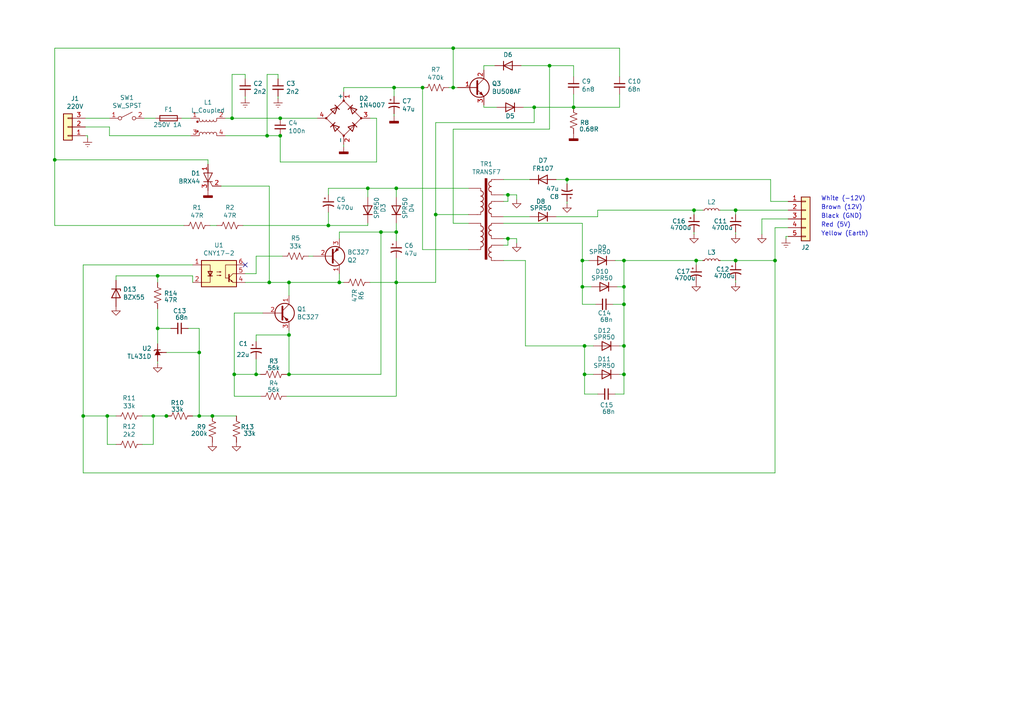
<source format=kicad_sch>
(kicad_sch (version 20230121) (generator eeschema)
  (paper "A4")
  (title_block (title "Commodore A500 Power Supply  312503-03"))
  (lib_symbols
    (symbol "Amiga A500 Power Supply-rescue:CP1_Small-Device" (pin_numbers hide) (pin_names (offset 0.254) hide)
      (property "Reference" "C" (at 0.254 1.778 0))
      (property "Value" "Device_CP1_Small" (at 0.254 -2.032 0))
      (symbol "CP1_Small-Device_0_1"
        (polyline (pts (xy -1.524 0.508) (xy 1.524 0.508)) (stroke (width 0.3048)))
        (polyline (pts (xy -1.27 1.524) (xy -0.762 1.524)))
        (polyline (pts (xy -1.016 1.27) (xy -1.016 1.778)))
        (arc (start 1.524 -0.762) (mid 0 -0.3734) (end -1.524 -0.762) (stroke (width 0.3048)))
      )
      (symbol "CP1_Small-Device_1_1"
        (pin passive line (at 0 2.54 270) (length 2.032) (name "~") (number "1"))
        (pin passive line (at 0 -2.54 90) (length 2.032) (name "~") (number "2"))
      )
    )
    (symbol "Connector_Generic:Conn_01x03" (pin_names (offset 1.016) hide)
      (property "Reference" "J" (at 0 5.08 0))
      (property "Value" "Conn_01x03" (at 0 -5.08 0))
      (symbol "Conn_01x03_1_1"
        (rectangle (start -1.27 -2.413) (end 0 -2.667) (stroke (width 0.1524)))
        (rectangle (start -1.27 0.127) (end 0 -0.127) (stroke (width 0.1524)))
        (rectangle (start -1.27 2.667) (end 0 2.413) (stroke (width 0.1524)))
        (rectangle (start -1.27 3.81) (end 1.27 -3.81) (stroke (width 0.254)) (fill (type background)))
        (pin passive line (at -5.08 2.54 0) (length 3.81) (name "Pin_1") (number "1"))
        (pin passive line (at -5.08 0 0) (length 3.81) (name "Pin_2") (number "2"))
        (pin passive line (at -5.08 -2.54 0) (length 3.81) (name "Pin_3") (number "3"))
      )
    )
    (symbol "Connector_Generic:Conn_01x05" (pin_names (offset 1.016) hide)
      (property "Reference" "J" (at 0 7.62 0))
      (property "Value" "Conn_01x05" (at 0 -7.62 0))
      (symbol "Conn_01x05_1_1"
        (rectangle (start -1.27 -4.953) (end 0 -5.207) (stroke (width 0.1524)))
        (rectangle (start -1.27 -2.413) (end 0 -2.667) (stroke (width 0.1524)))
        (rectangle (start -1.27 0.127) (end 0 -0.127) (stroke (width 0.1524)))
        (rectangle (start -1.27 2.667) (end 0 2.413) (stroke (width 0.1524)))
        (rectangle (start -1.27 5.207) (end 0 4.953) (stroke (width 0.1524)))
        (rectangle (start -1.27 6.35) (end 1.27 -6.35) (stroke (width 0.254)) (fill (type background)))
        (pin passive line (at -5.08 5.08 0) (length 3.81) (name "Pin_1") (number "1"))
        (pin passive line (at -5.08 2.54 0) (length 3.81) (name "Pin_2") (number "2"))
        (pin passive line (at -5.08 0 0) (length 3.81) (name "Pin_3") (number "3"))
        (pin passive line (at -5.08 -2.54 0) (length 3.81) (name "Pin_4") (number "4"))
        (pin passive line (at -5.08 -5.08 0) (length 3.81) (name "Pin_5") (number "5"))
      )
    )
    (symbol "Device:C_Small" (pin_numbers hide) (pin_names (offset 0.254) hide)
      (property "Reference" "C" (at 0.254 1.778 0))
      (property "Value" "C_Small" (at 0.254 -2.032 0))
      (symbol "C_Small_0_1"
        (polyline (pts (xy -1.524 -0.508) (xy 1.524 -0.508)) (stroke (width 0.3302)))
        (polyline (pts (xy -1.524 0.508) (xy 1.524 0.508)) (stroke (width 0.3048)))
      )
      (symbol "C_Small_1_1"
        (pin passive line (at 0 2.54 270) (length 2.032) (name "~") (number "1"))
        (pin passive line (at 0 -2.54 90) (length 2.032) (name "~") (number "2"))
      )
    )
    (symbol "Device:D" (pin_numbers hide) (pin_names (offset 1.016) hide)
      (property "Reference" "D" (at 0 2.54 0))
      (property "Value" "D" (at 0 -2.54 0))
      (symbol "D_0_1"
        (polyline (pts (xy -1.27 1.27) (xy -1.27 -1.27)) (stroke (width 0.254)))
        (polyline (pts (xy 1.27 0) (xy -1.27 0)))
        (polyline (pts (xy 1.27 1.27) (xy 1.27 -1.27) (xy -1.27 0) (xy 1.27 1.27)) (stroke (width 0.254)))
      )
      (symbol "D_1_1"
        (pin passive line (at -3.81 0 0) (length 2.54) (name "K") (number "1"))
        (pin passive line (at 3.81 0 180) (length 2.54) (name "A") (number "2"))
      )
    )
    (symbol "Device:D_Bridge_+-AA" (pin_names (offset 0))
      (property "Reference" "D" (at 2.54 6.985 0))
      (property "Value" "D_Bridge_+-AA" (at 2.54 5.08 0))
      (symbol "D_Bridge_+-AA_0_1"
        (circle (center -5.08 0) (radius 0.254) (fill (type outline)))
        (circle (center 0 -5.08) (radius 0.254) (fill (type outline)))
        (polyline (pts (xy -2.54 3.81) (xy -1.27 2.54)) (stroke (width 0.254)))
        (polyline (pts (xy -1.27 -2.54) (xy -2.54 -3.81)) (stroke (width 0.254)))
        (polyline (pts (xy 2.54 -1.27) (xy 3.81 -2.54)) (stroke (width 0.254)))
        (polyline (pts (xy 2.54 1.27) (xy 3.81 2.54)) (stroke (width 0.254)))
        (polyline (pts (xy -3.81 2.54) (xy -2.54 1.27) (xy -1.905 3.175) (xy -3.81 2.54)) (stroke (width 0.254)))
        (polyline (pts (xy -2.54 -1.27) (xy -3.81 -2.54) (xy -1.905 -3.175) (xy -2.54 -1.27)) (stroke (width 0.254)))
        (polyline (pts (xy 1.27 2.54) (xy 2.54 3.81) (xy 3.175 1.905) (xy 1.27 2.54)) (stroke (width 0.254)))
        (polyline (pts (xy 3.175 -1.905) (xy 1.27 -2.54) (xy 2.54 -3.81) (xy 3.175 -1.905)) (stroke (width 0.254)))
        (polyline (pts (xy -5.08 0) (xy 0 -5.08) (xy 5.08 0) (xy 0 5.08) (xy -5.08 0)))
        (circle (center 0 5.08) (radius 0.254) (fill (type outline)))
        (circle (center 5.08 0) (radius 0.254) (fill (type outline)))
      )
      (symbol "D_Bridge_+-AA_1_1"
        (pin passive line (at 7.62 0 180) (length 2.54) (name "+") (number "1"))
        (pin passive line (at -7.62 0 0) (length 2.54) (name "-") (number "2"))
        (pin passive line (at 0 7.62 270) (length 2.54) (name "~") (number "3"))
        (pin passive line (at 0 -7.62 90) (length 2.54) (name "~") (number "4"))
      )
    )
    (symbol "Device:D_Zener" (pin_numbers hide) (pin_names (offset 1.016) hide)
      (property "Reference" "D" (at 0 2.54 0))
      (property "Value" "D_Zener" (at 0 -2.54 0))
      (symbol "D_Zener_0_1"
        (polyline (pts (xy 1.27 0) (xy -1.27 0)))
        (polyline (pts (xy -1.27 -1.27) (xy -1.27 1.27) (xy -0.762 1.27)) (stroke (width 0.254)))
        (polyline (pts (xy 1.27 -1.27) (xy 1.27 1.27) (xy -1.27 0) (xy 1.27 -1.27)) (stroke (width 0.254)))
      )
      (symbol "D_Zener_1_1"
        (pin passive line (at -3.81 0 0) (length 2.54) (name "K") (number "1"))
        (pin passive line (at 3.81 0 180) (length 2.54) (name "A") (number "2"))
      )
    )
    (symbol "Device:Fuse" (pin_numbers hide) (pin_names (offset 0))
      (property "Reference" "F" (at 2.032 0 90))
      (property "Value" "Fuse" (at -1.905 0 90))
      (symbol "Fuse_0_1"
        (rectangle (start -0.762 -2.54) (end 0.762 2.54) (stroke (width 0.254)))
        (polyline (pts (xy 0 2.54) (xy 0 -2.54)))
      )
      (symbol "Fuse_1_1"
        (pin passive line (at 0 3.81 270) (length 1.27) (name "~") (number "1"))
        (pin passive line (at 0 -3.81 90) (length 1.27) (name "~") (number "2"))
      )
    )
    (symbol "Device:L_Coupled" (pin_names (offset 0.254) hide)
      (property "Reference" "L" (at 0 4.445 0))
      (property "Value" "L_Coupled" (at 0 -4.445 0))
      (symbol "L_Coupled_0_1"
        (circle (center -3.048 -1.27) (radius 0.254) (fill (type outline)))
        (circle (center -3.048 1.524) (radius 0.254) (fill (type outline)))
        (arc (start -2.54 2.032) (mid -2.032 1.5262) (end -1.524 2.032))
        (arc (start -1.524 -2.032) (mid -2.032 -1.5262) (end -2.54 -2.032))
        (arc (start -1.524 2.032) (mid -1.016 1.5262) (end -0.508 2.032))
        (arc (start -0.508 -2.032) (mid -1.016 -1.5262) (end -1.524 -2.032))
        (arc (start -0.508 2.032) (mid 0 1.5262) (end 0.508 2.032))
        (polyline (pts (xy -2.54 -2.032) (xy -2.54 -2.54)))
        (polyline (pts (xy -2.54 2.032) (xy -2.54 2.54)))
        (polyline (pts (xy 2.54 -2.032) (xy 2.54 -2.54)))
        (polyline (pts (xy 2.54 2.54) (xy 2.54 2.032)))
        (arc (start 0.508 -2.032) (mid 0 -1.5262) (end -0.508 -2.032))
        (arc (start 0.508 2.032) (mid 1.016 1.5262) (end 1.524 2.032))
        (arc (start 1.524 -2.032) (mid 1.016 -1.5262) (end 0.508 -2.032))
        (arc (start 1.524 2.032) (mid 2.032 1.5262) (end 2.54 2.032))
        (arc (start 2.54 -2.032) (mid 2.032 -1.5262) (end 1.524 -2.032))
      )
      (symbol "L_Coupled_1_1"
        (pin passive line (at -5.08 2.54 0) (length 2.54) (name "1") (number "1"))
        (pin passive line (at 5.08 2.54 180) (length 2.54) (name "2") (number "2"))
        (pin passive line (at -5.08 -2.54 0) (length 2.54) (name "3") (number "3"))
        (pin passive line (at 5.08 -2.54 180) (length 2.54) (name "4") (number "4"))
      )
    )
    (symbol "Device:L_Small" (pin_numbers hide) (pin_names (offset 0.254) hide)
      (property "Reference" "L" (at 0.762 1.016 0))
      (property "Value" "L_Small" (at 0.762 -1.016 0))
      (symbol "L_Small_0_1"
        (arc (start 0 -2.032) (mid 0.5058 -1.524) (end 0 -1.016))
        (arc (start 0 -1.016) (mid 0.5058 -0.508) (end 0 0))
        (arc (start 0 0) (mid 0.5058 0.508) (end 0 1.016))
        (arc (start 0 1.016) (mid 0.5058 1.524) (end 0 2.032))
      )
      (symbol "L_Small_1_1"
        (pin passive line (at 0 2.54 270) (length 0.508) (name "~") (number "1"))
        (pin passive line (at 0 -2.54 90) (length 0.508) (name "~") (number "2"))
      )
    )
    (symbol "Device:Q_NPN_BCE" (pin_names (offset 0) hide)
      (property "Reference" "Q" (at 5.08 1.27 0))
      (property "Value" "Q_NPN_BCE" (at 5.08 -1.27 0))
      (symbol "Q_NPN_BCE_0_1"
        (polyline (pts (xy 0.635 0.635) (xy 2.54 2.54)))
        (polyline (pts (xy 0.635 -0.635) (xy 2.54 -2.54) (xy 2.54 -2.54)))
        (polyline (pts (xy 0.635 1.905) (xy 0.635 -1.905) (xy 0.635 -1.905)) (stroke (width 0.508)))
        (polyline (pts (xy 1.27 -1.778) (xy 1.778 -1.27) (xy 2.286 -2.286) (xy 1.27 -1.778) (xy 1.27 -1.778)) (fill (type outline)))
        (circle (center 1.27 0) (radius 2.8194) (stroke (width 0.254)))
      )
      (symbol "Q_NPN_BCE_1_1"
        (pin input line (at -5.08 0 0) (length 5.715) (name "B") (number "1"))
        (pin passive line (at 2.54 5.08 270) (length 2.54) (name "C") (number "2"))
        (pin passive line (at 2.54 -5.08 90) (length 2.54) (name "E") (number "3"))
      )
    )
    (symbol "Device:Q_SCR_AGK" (pin_names (offset 0) hide)
      (property "Reference" "D" (at 1.905 0.635 0))
      (property "Value" "Q_SCR_AGK" (at 1.905 -1.27 0))
      (symbol "Q_SCR_AGK_0_1"
        (polyline (pts (xy -1.27 -2.54) (xy -0.635 -1.27)))
        (polyline (pts (xy -1.27 -1.27) (xy 1.27 -1.27)) (stroke (width 0.2032)))
        (polyline (pts (xy 0 -2.54) (xy 0 2.54)))
        (polyline (pts (xy -1.27 1.27) (xy 1.27 1.27) (xy 0 -1.27) (xy -1.27 1.27)) (stroke (width 0.2032)))
      )
      (symbol "Q_SCR_AGK_1_1"
        (pin passive line (at 0 3.81 270) (length 2.54) (name "A") (number "1"))
        (pin input line (at -3.81 -2.54 0) (length 2.54) (name "G") (number "2"))
        (pin passive line (at 0 -3.81 90) (length 2.54) (name "K") (number "3"))
      )
    )
    (symbol "Device:R_US" (pin_numbers hide) (pin_names (offset 0))
      (property "Reference" "R" (at 2.54 0 90))
      (property "Value" "R_US" (at -2.54 0 90))
      (symbol "R_US_0_1"
        (polyline (pts (xy 0 -2.286) (xy 0 -2.54)))
        (polyline (pts (xy 0 2.286) (xy 0 2.54)))
        (polyline (pts (xy 0 -0.762) (xy 1.016 -1.143) (xy 0 -1.524) (xy -1.016 -1.905) (xy 0 -2.286)))
        (polyline (pts (xy 0 0.762) (xy 1.016 0.381) (xy 0 0) (xy -1.016 -0.381) (xy 0 -0.762)))
        (polyline (pts (xy 0 2.286) (xy 1.016 1.905) (xy 0 1.524) (xy -1.016 1.143) (xy 0 0.762)))
      )
      (symbol "R_US_1_1"
        (pin passive line (at 0 3.81 270) (length 1.27) (name "~") (number "1"))
        (pin passive line (at 0 -3.81 90) (length 1.27) (name "~") (number "2"))
      )
    )
    (symbol "Isolator:CNY17-2" (pin_names (offset 1.016))
      (property "Reference" "U" (at -5.08 5.08 0))
      (property "Value" "CNY17-2" (at 0 5.08 0))
      (symbol "CNY17-2_0_1"
        (rectangle (start -5.08 3.81) (end 5.08 -3.81) (stroke (width 0.254)) (fill (type background)))
        (polyline (pts (xy -3.175 -0.635) (xy -1.905 -0.635)) (stroke (width 0.254)))
        (polyline (pts (xy 2.921 -1.397) (xy 4.064 -2.54)))
        (polyline (pts (xy 2.921 -1.27) (xy 1.905 -1.27)))
        (polyline (pts (xy 2.921 -1.143) (xy 4.064 0)))
        (polyline (pts (xy 4.064 -2.54) (xy 5.08 -2.54)))
        (polyline (pts (xy 5.08 0) (xy 4.064 0)))
        (polyline (pts (xy -5.08 2.54) (xy -2.54 2.54) (xy -2.54 -0.762)))
        (polyline (pts (xy -2.54 -0.635) (xy -2.54 -2.54) (xy -5.08 -2.54)))
        (polyline (pts (xy 1.905 -1.27) (xy 1.905 2.54) (xy 5.08 2.54)))
        (polyline (pts (xy 2.921 -0.254) (xy 2.921 -2.286) (xy 2.921 -2.286)) (stroke (width 0.3556)))
        (polyline (pts (xy -2.54 -0.635) (xy -3.175 0.635) (xy -1.905 0.635) (xy -2.54 -0.635)) (stroke (width 0.254)))
        (polyline (pts (xy 3.937 -2.413) (xy 3.683 -1.905) (xy 3.429 -2.159) (xy 3.937 -2.413)))
        (polyline (pts (xy -0.635 -0.508) (xy 0.635 -0.508) (xy 0.254 -0.635) (xy 0.254 -0.381) (xy 0.635 -0.508)))
        (polyline (pts (xy -0.635 0.508) (xy 0.635 0.508) (xy 0.254 0.381) (xy 0.254 0.635) (xy 0.635 0.508)))
      )
      (symbol "CNY17-2_1_1"
        (pin passive line (at -7.62 2.54 0) (length 2.54) (name "~") (number "1"))
        (pin passive line (at -7.62 -2.54 0) (length 2.54) (name "~") (number "2"))
        (pin no_connect line (at -5.08 0 0) (length 2.54) hide (name "NC") (number "3"))
        (pin passive line (at 7.62 -2.54 180) (length 2.54) (name "~") (number "4"))
        (pin passive line (at 7.62 0 180) (length 2.54) (name "~") (number "5"))
        (pin passive line (at 7.62 2.54 180) (length 2.54) (name "~") (number "6"))
      )
    )
    (symbol "Reference_Voltage:TL431D" (pin_numbers hide) (pin_names hide)
      (property "Reference" "U" (at 0 -2.54 0))
      (property "Value" "TL431D" (at 0 -4.445 0))
      (symbol "TL431D_0_1"
        (polyline (pts (xy -1.27 0) (xy 0 0) (xy 1.27 0)))
        (polyline (pts (xy -0.762 0.762) (xy 0.762 0) (xy -0.762 -0.762)) (fill (type outline)))
        (polyline (pts (xy 0.508 -1.016) (xy 0.762 -0.762) (xy 0.762 0.762) (xy 0.762 0.762)) (stroke (width 0.254)))
      )
      (symbol "TL431D_1_1"
        (polyline (pts (xy 0 1.27) (xy 0 0)))
        (pin passive line (at 2.54 0 180) (length 2.54) (name "K") (number "1"))
        (pin passive line (at -2.54 0 0) (length 2.54) (name "A") (number "2"))
        (pin passive line (at -2.54 0 0) (length 2.54) hide (name "A") (number "3"))
        (pin passive line (at -2.54 0 0) (length 2.54) hide (name "A") (number "6"))
        (pin passive line (at -2.54 0 0) (length 2.54) hide (name "A") (number "7"))
        (pin passive line (at 0 2.54 270) (length 2.54) (name "REF") (number "8"))
      )
    )
    (symbol "Switch:SW_SPST" (pin_names (offset 0) hide)
      (property "Reference" "SW" (at 0 3.175 0))
      (property "Value" "SW_SPST" (at 0 -2.54 0))
      (symbol "SW_SPST_0_0"
        (circle (center -2.032 0) (radius 0.508))
        (polyline (pts (xy -1.524 0.254) (xy 1.524 1.778)))
        (circle (center 2.032 0) (radius 0.508))
      )
      (symbol "SW_SPST_1_1"
        (pin passive line (at -5.08 0 0) (length 2.54) (name "A") (number "1"))
        (pin passive line (at 5.08 0 180) (length 2.54) (name "B") (number "2"))
      )
    )
    (symbol "Transistor_BJT:BC327" (pin_names (offset 0) hide)
      (property "Reference" "Q" (at 5.08 1.905 0))
      (property "Value" "BC327" (at 5.08 0 0))
      (symbol "BC327_0_1"
        (polyline (pts (xy 0.635 0.635) (xy 2.54 2.54)))
        (polyline (pts (xy 0.635 -0.635) (xy 2.54 -2.54) (xy 2.54 -2.54)))
        (polyline (pts (xy 0.635 1.905) (xy 0.635 -1.905) (xy 0.635 -1.905)) (stroke (width 0.508)))
        (polyline (pts (xy 2.286 -1.778) (xy 1.778 -2.286) (xy 1.27 -1.27) (xy 2.286 -1.778) (xy 2.286 -1.778)) (fill (type outline)))
        (circle (center 1.27 0) (radius 2.8194) (stroke (width 0.254)))
      )
      (symbol "BC327_1_1"
        (pin passive line (at 2.54 5.08 270) (length 2.54) (name "C") (number "1"))
        (pin input line (at -5.08 0 0) (length 5.715) (name "B") (number "2"))
        (pin passive line (at 2.54 -5.08 90) (length 2.54) (name "E") (number "3"))
      )
    )
    (symbol "power:Earth" (power) (pin_names (offset 0))
      (symbol "Earth_0_1"
        (polyline (pts (xy -0.635 -1.905) (xy 0.635 -1.905)))
        (polyline (pts (xy -0.127 -2.54) (xy 0.127 -2.54)))
        (polyline (pts (xy 0 -1.27) (xy 0 0)))
        (polyline (pts (xy 1.27 -1.27) (xy -1.27 -1.27)))
      )
      (symbol "Earth_1_1"
        (pin power_in line (at 0 0 270) (length 0) hide (name "Earth") (number "1"))
      )
    )
    (symbol "power:GND" (power) (pin_names (offset 0))
      (property "Value" "GND" (at 0 -3.81 0))
      (symbol "GND_0_1"
        (polyline (pts (xy 0 0) (xy 0 -1.27) (xy 1.27 -1.27) (xy 0 -2.54) (xy -1.27 -1.27) (xy 0 -1.27)))
      )
      (symbol "GND_1_1"
        (pin power_in line (at 0 0 270) (length 0) hide (name "GND") (number "1"))
      )
    )
    (symbol "power:GNDD" (power) (pin_names (offset 0))
      (property "Value" "GNDD" (at 0 -3.175 0))
      (symbol "GNDD_0_1"
        (rectangle (start -1.27 -1.524) (end 1.27 -2.032) (stroke (width 0.254)) (fill (type outline)))
        (polyline (pts (xy 0 0) (xy 0 -1.524)))
      )
      (symbol "GNDD_1_1"
        (pin power_in line (at 0 0 270) (length 0) hide (name "GNDD") (number "1"))
      )
    )
    (symbol "transformer:TRANSF7" (pin_numbers hide) (pin_names (offset 0))
      (property "Reference" "TR" (at -1.524 -11.176 0))
      (property "Value" "TRANSF7" (at -1.27 13.97 0))
      (symbol "TRANSF7_0_1"
        (arc (start -2.794 -6.858) (mid -2.0353 -6.096) (end -2.794 -5.334) (stroke (width 0.2032)))
        (arc (start -2.794 -5.334) (mid -2.0353 -4.572) (end -2.794 -3.81) (stroke (width 0.2032)))
        (arc (start -2.794 -3.81) (mid -2.0353 -3.048) (end -2.794 -2.286) (stroke (width 0.2032)))
        (arc (start -2.794 -2.286) (mid -2.0353 -1.524) (end -2.794 -0.762) (stroke (width 0.2032)))
        (arc (start -2.794 3.302) (mid -2.0353 4.064) (end -2.794 4.826) (stroke (width 0.2032)))
        (arc (start -2.794 4.826) (mid -2.0353 5.588) (end -2.794 6.35) (stroke (width 0.2032)))
        (arc (start -2.794 6.35) (mid -2.0353 7.112) (end -2.794 7.874) (stroke (width 0.2032)))
        (arc (start -2.794 7.874) (mid -2.0353 8.636) (end -2.794 9.398) (stroke (width 0.2032)))
        (rectangle (start -1.016 -10.414) (end -1.524 12.954) (stroke (width 0.254)) (fill (type outline)))
        (polyline (pts (xy 0.254 8.89) (xy 0.254 8.763)))
        (polyline (pts (xy 0.254 8.763) (xy 0.254 8.255) (xy 1.27 8.255)))
        (polyline (pts (xy 0.254 9.144) (xy 0.254 8.89) (xy 0.254 9.144)))
        (polyline (pts (xy -2.794 -6.858) (xy -2.794 -7.62) (xy -3.81 -7.62) (xy -3.81 -7.62)))
        (polyline (pts (xy -2.794 3.302) (xy -2.794 2.54) (xy -3.81 2.54) (xy -3.81 2.54)))
        (polyline (pts (xy 0.254 12.192) (xy 0.254 12.7) (xy 1.27 12.7) (xy 1.27 12.7)))
        (polyline (pts (xy -2.794 -0.762) (xy -2.794 0) (xy -3.81 0) (xy -3.81 0) (xy -3.81 0) (xy -3.81 0)))
        (polyline (pts (xy -2.794 9.398) (xy -2.794 10.16) (xy -3.81 10.16) (xy -3.81 10.16) (xy -3.81 10.16) (xy -3.81 10.16)))
        (arc (start 0.254 10.668) (mid -0.5047 9.906) (end 0.254 9.144) (stroke (width 0.2032)))
        (arc (start 0.254 12.192) (mid -0.5047 11.43) (end 0.254 10.668) (stroke (width 0.2032)))
      )
      (symbol "TRANSF7_1_1"
        (polyline (pts (xy 0.254 -10.16) (xy 0.254 -10.287)))
        (polyline (pts (xy 0.254 -3.81) (xy 0.254 -3.937)))
        (polyline (pts (xy 0.254 2.54) (xy 0.254 2.413)))
        (polyline (pts (xy 0.254 -10.287) (xy 0.254 -10.795) (xy 1.27 -10.795)))
        (polyline (pts (xy 0.254 -9.906) (xy 0.254 -10.16) (xy 0.254 -9.906)))
        (polyline (pts (xy 0.254 -3.937) (xy 0.254 -4.445) (xy 1.27 -4.445)))
        (polyline (pts (xy 0.254 -3.556) (xy 0.254 -3.81) (xy 0.254 -3.556)))
        (polyline (pts (xy 0.254 2.413) (xy 0.254 1.905) (xy 1.27 1.905)))
        (polyline (pts (xy 0.254 2.794) (xy 0.254 2.54) (xy 0.254 2.794)))
        (polyline (pts (xy 0.254 -6.858) (xy 0.254 -6.35) (xy 1.27 -6.35) (xy 1.27 -6.35)))
        (polyline (pts (xy 0.254 -0.508) (xy 0.254 0) (xy 1.27 0) (xy 1.27 0)))
        (polyline (pts (xy 0.254 5.842) (xy 0.254 6.35) (xy 1.27 6.35) (xy 1.27 6.35)))
        (arc (start 0.254 -8.382) (mid -0.5047 -9.144) (end 0.254 -9.906) (stroke (width 0.2032)))
        (arc (start 0.254 -6.858) (mid -0.5047 -7.62) (end 0.254 -8.382) (stroke (width 0.2032)))
        (arc (start 0.254 -2.032) (mid -0.5047 -2.794) (end 0.254 -3.556) (stroke (width 0.2032)))
        (arc (start 0.254 -0.508) (mid -0.5047 -1.27) (end 0.254 -2.032) (stroke (width 0.2032)))
        (arc (start 0.254 4.318) (mid -0.5047 3.556) (end 0.254 2.794) (stroke (width 0.2032)))
        (arc (start 0.254 5.842) (mid -0.5047 5.08) (end 0.254 4.318) (stroke (width 0.2032)))
        (pin passive line (at -6.35 -7.62 0) (length 2.54) (name "~") (number "1"))
        (pin passive line (at -6.35 0 0) (length 2.54) (name "~") (number "2"))
        (pin passive line (at -6.35 2.54 0) (length 2.54) (name "~") (number "3"))
        (pin passive line (at -6.35 10.16 0) (length 2.54) (name "~") (number "4"))
        (pin passive line (at 3.81 -6.35 180) (length 2.54) (name "~") (number "5"))
        (pin passive line (at 3.81 0 180) (length 2.54) (name "~") (number "5"))
        (pin passive line (at 3.81 6.35 180) (length 2.54) (name "~") (number "5"))
        (pin passive line (at 3.81 12.7 180) (length 2.54) (name "~") (number "5"))
        (pin passive line (at 3.81 -10.795 180) (length 2.54) (name "~") (number "~"))
        (pin passive line (at 3.81 -4.445 180) (length 2.54) (name "~") (number "~"))
        (pin passive line (at 3.81 1.905 180) (length 2.54) (name "~") (number "~"))
        (pin passive line (at 3.81 8.255 180) (length 2.54) (name "~") (number "~"))
      )
    )
  )
  (junction (at 24.13 120.65))
  (junction (at 131.445 25.4))
  (junction (at 106.68 54.61))
  (junction (at 213.36 60.96))
  (junction (at 122.555 25.4))
  (junction (at 110.49 67.31))
  (junction (at 114.935 81.915))
  (junction (at 83.82 108.585))
  (junction (at 77.47 39.37))
  (junction (at 224.79 75.565))
  (junction (at 159.385 19.05))
  (junction (at 201.93 75.565))
  (junction (at 213.36 75.565))
  (junction (at 166.37 31.115))
  (junction (at 45.72 80.01))
  (junction (at 169.545 108.585))
  (junction (at 57.785 102.235))
  (junction (at 95.25 65.405))
  (junction (at 180.975 75.565))
  (junction (at 67.945 108.585))
  (junction (at 44.45 120.65))
  (junction (at 126.365 62.23))
  (junction (at 31.115 120.65))
  (junction (at 15.875 46.355))
  (junction (at 83.82 97.155))
  (junction (at 48.26 120.65))
  (junction (at 180.975 83.185))
  (junction (at 180.975 100.33))
  (junction (at 131.445 13.97))
  (junction (at 45.72 95.25))
  (junction (at 201.295 60.96))
  (junction (at 169.545 100.33))
  (junction (at 180.975 88.265))
  (junction (at 83.82 81.915))
  (junction (at 81.28 34.29))
  (junction (at 78.105 81.915))
  (junction (at 147.32 69.215))
  (junction (at 74.295 108.585))
  (junction (at 154.94 31.115))
  (junction (at 67.31 34.29))
  (junction (at 98.425 81.915))
  (junction (at 114.935 67.31))
  (junction (at 147.32 56.515))
  (junction (at 114.935 54.61))
  (junction (at 164.465 52.07))
  (junction (at 114.3 25.4))
  (junction (at 57.785 120.65))
  (junction (at 168.91 83.185))
  (junction (at 61.595 120.65))
  (junction (at 180.975 108.585))
  (junction (at 168.91 75.565))
  (junction (at 81.28 39.37))
  (no_connect (at 71.12 76.835))
  (wire (pts (xy 78.105 81.915) (xy 83.82 81.915)))
  (wire (pts (xy 41.275 128.905) (xy 44.45 128.905)))
  (wire (pts (xy 220.98 63.5) (xy 220.98 67.945)))
  (wire (pts (xy 179.705 13.97) (xy 179.705 22.225)))
  (wire (pts (xy 180.975 83.185) (xy 180.975 88.265)))
  (wire (pts (xy 169.545 108.585) (xy 169.545 114.3)))
  (wire (pts (xy 169.545 100.33) (xy 152.4 100.33)))
  (wire (pts (xy 55.88 120.65) (xy 57.785 120.65)))
  (wire (pts (xy 45.72 89.535) (xy 45.72 95.25)))
  (wire (pts (xy 122.555 25.4) (xy 122.555 72.39)))
  (wire (pts (xy 126.365 62.23) (xy 126.365 81.915)))
  (wire (pts (xy 48.26 102.235) (xy 57.785 102.235)))
  (wire (pts (xy 114.935 64.77) (xy 114.935 67.31)))
  (wire (pts (xy 45.085 34.29) (xy 41.91 34.29)))
  (wire (pts (xy 77.47 21.59) (xy 77.47 39.37)))
  (wire (pts (xy 126.365 62.23) (xy 135.89 62.23)))
  (wire (pts (xy 99.695 26.67) (xy 99.695 25.4)))
  (wire (pts (xy 99.695 25.4) (xy 114.3 25.4)))
  (wire (pts (xy 81.28 34.29) (xy 92.075 34.29)))
  (wire (pts (xy 106.68 54.61) (xy 106.68 57.15)))
  (wire (pts (xy 140.335 19.05) (xy 140.335 20.32)))
  (wire (pts (xy 228.6 66.04) (xy 224.79 66.04)))
  (wire (pts (xy 33.655 80.01) (xy 45.72 80.01)))
  (wire (pts (xy 15.875 65.405) (xy 53.34 65.405)))
  (wire (pts (xy 146.05 69.215) (xy 147.32 69.215)))
  (wire (pts (xy 179.705 100.33) (xy 180.975 100.33)))
  (wire (pts (xy 24.765 36.83) (xy 31.75 36.83)))
  (wire (pts (xy 224.79 66.04) (xy 224.79 75.565)))
  (wire (pts (xy 140.335 31.115) (xy 144.145 31.115)))
  (wire (pts (xy 166.37 31.115) (xy 179.705 31.115)))
  (wire (pts (xy 71.12 79.375) (xy 74.295 79.375)))
  (wire (pts (xy 180.975 100.33) (xy 180.975 108.585)))
  (wire (pts (xy 179.705 108.585) (xy 180.975 108.585)))
  (wire (pts (xy 81.28 39.37) (xy 81.28 46.99)))
  (wire (pts (xy 151.765 31.115) (xy 154.94 31.115)))
  (wire (pts (xy 55.88 76.835) (xy 24.13 76.835)))
  (wire (pts (xy 33.655 120.65) (xy 31.115 120.65)))
  (wire (pts (xy 74.295 97.155) (xy 83.82 97.155)))
  (wire (pts (xy 67.945 114.935) (xy 67.945 108.585)))
  (wire (pts (xy 114.3 33.02) (xy 114.3 33.655)))
  (wire (pts (xy 170.815 75.565) (xy 168.91 75.565)))
  (wire (pts (xy 24.765 34.29) (xy 31.75 34.29)))
  (wire (pts (xy 178.435 75.565) (xy 180.975 75.565)))
  (wire (pts (xy 131.445 25.4) (xy 132.715 25.4)))
  (wire (pts (xy 24.13 120.65) (xy 24.13 137.16)))
  (wire (pts (xy 109.22 34.29) (xy 107.315 34.29)))
  (wire (pts (xy 164.465 52.07) (xy 223.52 52.07)))
  (wire (pts (xy 78.105 53.975) (xy 78.105 81.915)))
  (wire (pts (xy 147.32 71.12) (xy 147.32 69.215)))
  (wire (pts (xy 83.185 108.585) (xy 83.82 108.585)))
  (wire (pts (xy 98.425 67.31) (xy 110.49 67.31)))
  (wire (pts (xy 68.58 120.65) (xy 61.595 120.65)))
  (wire (pts (xy 89.535 74.295) (xy 90.805 74.295)))
  (wire (pts (xy 159.385 19.05) (xy 166.37 19.05)))
  (wire (pts (xy 44.45 120.65) (xy 44.45 128.905)))
  (wire (pts (xy 166.37 31.115) (xy 166.37 27.305)))
  (wire (pts (xy 130.175 25.4) (xy 131.445 25.4)))
  (wire (pts (xy 106.68 54.61) (xy 95.25 54.61)))
  (wire (pts (xy 45.72 95.25) (xy 49.53 95.25)))
  (wire (pts (xy 55.88 80.01) (xy 55.88 81.915)))
  (wire (pts (xy 201.93 75.565) (xy 203.835 75.565)))
  (wire (pts (xy 213.36 60.96) (xy 228.6 60.96)))
  (wire (pts (xy 57.785 102.235) (xy 57.785 120.65)))
  (wire (pts (xy 114.3 25.4) (xy 122.555 25.4)))
  (wire (pts (xy 114.935 54.61) (xy 135.89 54.61)))
  (wire (pts (xy 60.325 47.625) (xy 60.325 46.355)))
  (wire (pts (xy 140.335 19.05) (xy 143.51 19.05)))
  (wire (pts (xy 45.72 99.695) (xy 45.72 95.25)))
  (wire (pts (xy 213.36 60.96) (xy 213.36 62.23)))
  (wire (pts (xy 67.31 34.29) (xy 81.28 34.29)))
  (wire (pts (xy 154.94 31.115) (xy 166.37 31.115)))
  (wire (pts (xy 64.135 53.975) (xy 78.105 53.975)))
  (wire (pts (xy 75.565 108.585) (xy 74.295 108.585)))
  (wire (pts (xy 164.465 58.42) (xy 164.465 59.055)))
  (wire (pts (xy 213.36 67.31) (xy 213.36 67.945)))
  (wire (pts (xy 213.36 81.28) (xy 213.36 81.915)))
  (wire (pts (xy 201.93 75.565) (xy 180.975 75.565)))
  (wire (pts (xy 159.385 37.465) (xy 159.385 19.05)))
  (wire (pts (xy 114.3 27.94) (xy 114.3 25.4)))
  (wire (pts (xy 208.915 75.565) (xy 213.36 75.565)))
  (wire (pts (xy 208.915 60.96) (xy 213.36 60.96)))
  (wire (pts (xy 224.79 75.565) (xy 224.79 137.16)))
  (wire (pts (xy 45.72 80.01) (xy 55.88 80.01)))
  (wire (pts (xy 213.36 75.565) (xy 213.36 76.2)))
  (wire (pts (xy 201.295 60.96) (xy 201.295 62.23)))
  (wire (pts (xy 74.295 108.585) (xy 67.945 108.585)))
  (wire (pts (xy 57.785 95.25) (xy 57.785 102.235)))
  (wire (pts (xy 31.115 128.905) (xy 33.655 128.905)))
  (wire (pts (xy 83.82 95.885) (xy 83.82 97.155)))
  (wire (pts (xy 107.315 81.915) (xy 114.935 81.915)))
  (wire (pts (xy 83.82 81.915) (xy 83.82 85.725)))
  (wire (pts (xy 98.425 79.375) (xy 98.425 81.915)))
  (wire (pts (xy 168.91 83.185) (xy 168.91 88.265)))
  (wire (pts (xy 54.61 95.25) (xy 57.785 95.25)))
  (wire (pts (xy 146.05 56.515) (xy 147.32 56.515)))
  (wire (pts (xy 15.875 13.97) (xy 15.875 46.355)))
  (wire (pts (xy 180.975 108.585) (xy 180.975 114.3)))
  (wire (pts (xy 201.295 67.31) (xy 201.295 67.945)))
  (wire (pts (xy 31.115 120.65) (xy 31.115 128.905)))
  (wire (pts (xy 131.445 13.97) (xy 15.875 13.97)))
  (wire (pts (xy 80.645 27.94) (xy 80.645 28.575)))
  (wire (pts (xy 166.37 19.05) (xy 166.37 22.225)))
  (wire (pts (xy 95.25 65.405) (xy 95.25 61.595)))
  (wire (pts (xy 114.935 81.915) (xy 114.935 114.935)))
  (wire (pts (xy 168.91 88.265) (xy 172.72 88.265)))
  (wire (pts (xy 65.405 34.29) (xy 67.31 34.29)))
  (wire (pts (xy 131.445 64.77) (xy 131.445 37.465)))
  (wire (pts (xy 41.275 120.65) (xy 44.45 120.65)))
  (wire (pts (xy 77.47 39.37) (xy 65.405 39.37)))
  (wire (pts (xy 135.89 72.39) (xy 122.555 72.39)))
  (wire (pts (xy 110.49 67.31) (xy 110.49 108.585)))
  (wire (pts (xy 149.86 69.215) (xy 149.86 70.485)))
  (wire (pts (xy 146.05 62.865) (xy 153.67 62.865)))
  (wire (pts (xy 131.445 13.97) (xy 179.705 13.97)))
  (wire (pts (xy 178.435 114.3) (xy 180.975 114.3)))
  (wire (pts (xy 201.93 75.565) (xy 201.93 76.835)))
  (wire (pts (xy 223.52 58.42) (xy 228.6 58.42)))
  (wire (pts (xy 74.295 104.14) (xy 74.295 108.585)))
  (wire (pts (xy 48.895 120.65) (xy 48.26 120.65)))
  (wire (pts (xy 83.185 114.935) (xy 114.935 114.935)))
  (wire (pts (xy 109.22 46.99) (xy 109.22 34.29)))
  (wire (pts (xy 131.445 64.77) (xy 135.89 64.77)))
  (wire (pts (xy 71.12 27.94) (xy 71.12 28.575)))
  (wire (pts (xy 154.94 31.115) (xy 154.94 35.56)))
  (wire (pts (xy 177.8 88.265) (xy 180.975 88.265)))
  (wire (pts (xy 67.31 21.59) (xy 71.12 21.59)))
  (wire (pts (xy 146.05 71.12) (xy 147.32 71.12)))
  (wire (pts (xy 152.4 100.33) (xy 152.4 75.565)))
  (wire (pts (xy 172.085 100.33) (xy 169.545 100.33)))
  (wire (pts (xy 228.6 68.58) (xy 227.965 68.58)))
  (wire (pts (xy 179.705 27.305) (xy 179.705 31.115)))
  (wire (pts (xy 67.945 90.805) (xy 76.2 90.805)))
  (wire (pts (xy 201.295 60.96) (xy 203.835 60.96)))
  (wire (pts (xy 152.4 75.565) (xy 146.05 75.565)))
  (wire (pts (xy 161.29 62.865) (xy 173.355 62.865)))
  (wire (pts (xy 131.445 37.465) (xy 159.385 37.465)))
  (wire (pts (xy 106.68 65.405) (xy 95.25 65.405)))
  (wire (pts (xy 31.75 36.83) (xy 31.75 39.37)))
  (wire (pts (xy 180.975 88.265) (xy 180.975 100.33)))
  (wire (pts (xy 74.295 99.06) (xy 74.295 97.155)))
  (wire (pts (xy 95.25 54.61) (xy 95.25 56.515)))
  (wire (pts (xy 83.82 108.585) (xy 110.49 108.585)))
  (wire (pts (xy 99.695 41.91) (xy 99.695 42.545)))
  (wire (pts (xy 220.98 63.5) (xy 228.6 63.5)))
  (wire (pts (xy 74.295 74.295) (xy 74.295 79.375)))
  (wire (pts (xy 106.68 64.77) (xy 106.68 65.405)))
  (wire (pts (xy 71.12 21.59) (xy 71.12 22.86)))
  (wire (pts (xy 227.965 68.58) (xy 227.965 69.215)))
  (wire (pts (xy 213.36 75.565) (xy 224.79 75.565)))
  (wire (pts (xy 25.4 39.37) (xy 25.4 40.005)))
  (wire (pts (xy 98.425 69.215) (xy 98.425 67.31)))
  (wire (pts (xy 146.05 64.77) (xy 168.91 64.77)))
  (wire (pts (xy 173.355 60.96) (xy 201.295 60.96)))
  (wire (pts (xy 173.355 62.865) (xy 173.355 60.96)))
  (wire (pts (xy 147.32 69.215) (xy 149.86 69.215)))
  (wire (pts (xy 24.765 39.37) (xy 25.4 39.37)))
  (wire (pts (xy 83.82 97.155) (xy 83.82 108.585)))
  (wire (pts (xy 60.325 46.355) (xy 15.875 46.355)))
  (wire (pts (xy 98.425 81.915) (xy 99.695 81.915)))
  (wire (pts (xy 180.975 75.565) (xy 180.975 83.185)))
  (wire (pts (xy 24.13 120.65) (xy 31.115 120.65)))
  (wire (pts (xy 31.75 39.37) (xy 55.245 39.37)))
  (wire (pts (xy 151.13 19.05) (xy 159.385 19.05)))
  (wire (pts (xy 81.28 46.99) (xy 109.22 46.99)))
  (wire (pts (xy 114.935 54.61) (xy 114.935 57.15)))
  (wire (pts (xy 15.875 46.355) (xy 15.875 65.405)))
  (wire (pts (xy 126.365 35.56) (xy 126.365 62.23)))
  (wire (pts (xy 161.29 52.07) (xy 164.465 52.07)))
  (wire (pts (xy 114.935 67.31) (xy 114.935 69.85)))
  (wire (pts (xy 80.645 21.59) (xy 77.47 21.59)))
  (wire (pts (xy 110.49 67.31) (xy 114.935 67.31)))
  (wire (pts (xy 140.335 30.48) (xy 140.335 31.115)))
  (wire (pts (xy 169.545 108.585) (xy 169.545 100.33)))
  (wire (pts (xy 173.355 114.3) (xy 169.545 114.3)))
  (wire (pts (xy 52.705 34.29) (xy 55.245 34.29)))
  (wire (pts (xy 45.72 105.41) (xy 45.72 104.775)))
  (wire (pts (xy 168.91 75.565) (xy 168.91 83.185)))
  (wire (pts (xy 168.91 83.185) (xy 171.45 83.185)))
  (wire (pts (xy 114.935 81.915) (xy 126.365 81.915)))
  (wire (pts (xy 147.32 58.42) (xy 146.05 58.42)))
  (wire (pts (xy 146.05 52.07) (xy 153.67 52.07)))
  (wire (pts (xy 60.96 65.405) (xy 62.865 65.405)))
  (wire (pts (xy 164.465 52.07) (xy 164.465 53.34)))
  (wire (pts (xy 154.94 35.56) (xy 126.365 35.56)))
  (wire (pts (xy 114.935 54.61) (xy 106.68 54.61)))
  (wire (pts (xy 147.32 56.515) (xy 149.86 56.515)))
  (wire (pts (xy 24.13 137.16) (xy 224.79 137.16)))
  (wire (pts (xy 45.72 80.01) (xy 45.72 81.915)))
  (wire (pts (xy 114.935 74.93) (xy 114.935 81.915)))
  (wire (pts (xy 67.945 114.935) (xy 75.565 114.935)))
  (wire (pts (xy 74.295 74.295) (xy 81.915 74.295)))
  (wire (pts (xy 67.945 90.805) (xy 67.945 108.585)))
  (wire (pts (xy 169.545 108.585) (xy 172.085 108.585)))
  (wire (pts (xy 70.485 65.405) (xy 95.25 65.405)))
  (wire (pts (xy 24.13 76.835) (xy 24.13 120.65)))
  (wire (pts (xy 67.31 34.29) (xy 67.31 21.59)))
  (wire (pts (xy 77.47 39.37) (xy 81.28 39.37)))
  (wire (pts (xy 168.91 64.77) (xy 168.91 75.565)))
  (wire (pts (xy 33.655 80.01) (xy 33.655 81.28)))
  (wire (pts (xy 223.52 52.07) (xy 223.52 58.42)))
  (wire (pts (xy 83.82 81.915) (xy 98.425 81.915)))
  (wire (pts (xy 179.07 83.185) (xy 180.975 83.185)))
  (wire (pts (xy 149.86 56.515) (xy 149.86 57.785)))
  (wire (pts (xy 80.645 22.86) (xy 80.645 21.59)))
  (wire (pts (xy 131.445 25.4) (xy 131.445 13.97)))
  (wire (pts (xy 78.105 81.915) (xy 71.12 81.915)))
  (wire (pts (xy 57.785 120.65) (xy 61.595 120.65)))
  (wire (pts (xy 48.26 120.65) (xy 44.45 120.65)))
  (wire (pts (xy 147.32 56.515) (xy 147.32 58.42)))
  (text "Red (5V)" (at 238.125 66.04 0) (effects (font (size 1.27 1.27)) (justify left bottom)))
  (text "Brown (12V)" (at 238.125 60.96 0) (effects (font (size 1.27 1.27)) (justify left bottom)))
  (text "Black (GND)" (at 238.125 63.5 0) (effects (font (size 1.27 1.27)) (justify left bottom)))
  (text "Yellow (Earth)" (at 238.125 68.58 0) (effects (font (size 1.27 1.27)) (justify left bottom)))
  (text "White (-12V)" (at 238.125 58.42 0) (effects (font (size 1.27 1.27)) (justify left bottom)))
  (symbol (lib_id "Switch:SW_SPST") (at 36.83 34.29 0) (unit 1)
    (property "Reference" "SW1" (at 36.83 28.321 0))
    (property "Value" "SW_SPST" (at 36.83 30.6324 0))
  )
  (symbol (lib_id "Device:Fuse") (at 48.895 34.29 270) (unit 1)
    (property "Reference" "F1" (at 47.625 31.75 90) (effects (justify left)))
    (property "Value" "250V 1A" (at 44.45 36.195 90) (effects (justify left)))
  )
  (symbol (lib_id "Device:L_Coupled") (at 60.325 36.83 0) (unit 1)
    (property "Reference" "L1" (at 60.325 29.6926 0))
    (property "Value" "L_Coupled" (at 60.325 32.004 0))
  )
  (symbol (lib_id "Device:C_Small") (at 80.645 25.4 0) (unit 1)
    (property "Reference" "C3" (at 82.9818 24.2316 0) (effects (justify left)))
    (property "Value" "2n2" (at 82.9818 26.543 0) (effects (justify left)))
  )
  (symbol (lib_id "Device:C_Small") (at 71.12 25.4 0) (unit 1)
    (property "Reference" "C2" (at 73.4568 24.2316 0) (effects (justify left)))
    (property "Value" "2n2" (at 73.4568 26.543 0) (effects (justify left)))
  )
  (symbol (lib_id "Isolator:CNY17-2") (at 63.5 79.375 0) (unit 1)
    (property "Reference" "U1" (at 63.5 71.12 0))
    (property "Value" "CNY17-2" (at 63.5 73.4314 0))
    (property "Datasheet" "http://www.vishay.com/docs/83606/cny17.pdf" (effects hide))
  )
  (symbol (lib_id "power:GNDD") (at 114.3 33.655 0) (unit 1)
    (property "Reference" "#PWR06" (effects hide))
    (property "Value" "GNDD" (effects hide))
  )
  (symbol (lib_id "power:GNDD") (at 99.695 42.545 0) (unit 1)
    (property "Reference" "#PWR05" (effects hide))
    (property "Value" "GNDD" (effects hide))
  )
  (symbol (lib_id "Connector_Generic:Conn_01x03") (at 19.685 36.83 180) (unit 1)
    (property "Reference" "J1" (at 21.7678 28.575 0))
    (property "Value" "220V" (at 21.7678 30.8864 0))
  )
  (symbol (lib_id "power:Earth") (at 25.4 40.005 0) (unit 1)
    (property "Reference" "#PWR01" (effects hide))
    (property "Value" "Earth" (effects hide))
  )
  (symbol (lib_id "Device:Q_SCR_AGK") (at 60.325 51.435 0) (mirror y) (unit 1)
    (property "Reference" "D1" (at 58.1152 50.2666 0) (effects (justify left)))
    (property "Value" "BRX44" (at 58.1152 52.578 0) (effects (justify left)))
  )
  (symbol (lib_id "power:Earth") (at 71.12 28.575 0) (unit 1)
    (property "Reference" "#PWR03" (effects hide))
    (property "Value" "Earth" (effects hide))
  )
  (symbol (lib_id "power:Earth") (at 80.645 28.575 0) (unit 1)
    (property "Reference" "#PWR04" (effects hide))
    (property "Value" "Earth" (effects hide))
  )
  (symbol (lib_id "Device:C_Small") (at 81.28 36.83 0) (unit 1)
    (property "Reference" "C4" (at 83.6168 35.6616 0) (effects (justify left)))
    (property "Value" "100n" (at 83.6168 37.973 0) (effects (justify left)))
  )
  (symbol (lib_id "Device:D") (at 147.32 19.05 0) (unit 1)
    (property "Reference" "D6" (at 147.32 15.875 0))
    (property "Value" "FR107" (effects hide))
  )
  (symbol (lib_id "Device:D_Bridge_+-AA") (at 99.695 34.29 270) (mirror x) (unit 1)
    (property "Reference" "D2" (at 104.14 28.575 90) (effects (justify left)))
    (property "Value" "1N4007" (at 104.14 30.48 90) (effects (justify left)))
  )
  (symbol (lib_id "Amiga A500 Power Supply-rescue:CP1_Small-Device") (at 114.3 30.48 0) (unit 1)
    (property "Reference" "C7" (at 116.6114 29.3116 0) (effects (justify left)))
    (property "Value" "47u" (at 116.6114 31.623 0) (effects (justify left)))
  )
  (symbol (lib_id "Device:C_Small") (at 166.37 24.765 0) (unit 1)
    (property "Reference" "C9" (at 168.7068 23.5966 0) (effects (justify left)))
    (property "Value" "6n8" (at 168.7068 25.908 0) (effects (justify left)))
  )
  (symbol (lib_id "Device:D") (at 147.955 31.115 180) (unit 1)
    (property "Reference" "D5" (at 147.955 33.655 0))
    (property "Value" "FR107" (effects hide))
  )
  (symbol (lib_id "Device:Q_NPN_BCE") (at 137.795 25.4 0) (unit 1)
    (property "Reference" "Q3" (at 142.6464 24.2316 0) (effects (justify left)))
    (property "Value" "BU508AF" (at 142.6464 26.543 0) (effects (justify left)))
  )
  (symbol (lib_id "Device:R_US") (at 126.365 25.4 270) (unit 1)
    (property "Reference" "R7" (at 126.365 20.193 90))
    (property "Value" "470k" (at 126.365 22.5044 90))
  )
  (symbol (lib_id "Device:C_Small") (at 179.705 24.765 0) (unit 1)
    (property "Reference" "C10" (at 182.0418 23.5966 0) (effects (justify left)))
    (property "Value" "68n" (at 182.0418 25.908 0) (effects (justify left)))
  )
  (symbol (lib_id "Device:R_US") (at 166.37 34.925 180) (unit 1)
    (property "Reference" "R8" (at 169.545 35.56 0))
    (property "Value" "0.68R" (at 170.815 37.465 0))
  )
  (symbol (lib_id "power:GNDD") (at 60.325 55.245 0) (unit 1)
    (property "Reference" "#PWR02" (effects hide))
    (property "Value" "GNDD" (effects hide))
  )
  (symbol (lib_id "power:GNDD") (at 166.37 38.735 0) (unit 1)
    (property "Reference" "#PWR010" (effects hide))
    (property "Value" "GNDD" (effects hide))
  )
  (symbol (lib_id "transformer:TRANSF7") (at 142.24 64.77 0) (unit 1)
    (property "Reference" "TR1" (at 141.097 47.5742 0))
    (property "Value" "TRANSF7" (at 141.097 49.8856 0))
  )
  (symbol (lib_id "power:GND") (at 149.86 57.785 0) (unit 1)
    (property "Reference" "#PWR07" (effects hide))
    (property "Value" "GND" (effects hide))
  )
  (symbol (lib_id "power:GND") (at 149.86 70.485 0) (unit 1)
    (property "Reference" "#PWR08" (effects hide))
    (property "Value" "GND" (effects hide))
  )
  (symbol (lib_id "Device:D") (at 157.48 52.07 0) (unit 1)
    (property "Reference" "D7" (at 157.48 46.5582 0))
    (property "Value" "FR107" (at 157.48 48.8696 0))
  )
  (symbol (lib_id "Amiga A500 Power Supply-rescue:CP1_Small-Device") (at 164.465 55.88 180) (unit 1)
    (property "Reference" "C8" (at 162.1536 57.0484 0) (effects (justify left)))
    (property "Value" "47u" (at 162.1536 54.737 0) (effects (justify left)))
  )
  (symbol (lib_id "power:GND") (at 164.465 59.055 0) (unit 1)
    (property "Reference" "#PWR09" (effects hide))
    (property "Value" "GND" (effects hide))
  )
  (symbol (lib_id "Connector_Generic:Conn_01x05") (at 233.68 63.5 0) (unit 1)
    (property "Reference" "J2" (at 232.41 71.755 0) (effects (justify left)))
    (property "Value" "Conn_01x05" (effects hide))
  )
  (symbol (lib_id "Device:D") (at 157.48 62.865 180) (unit 1)
    (property "Reference" "D8" (at 156.845 58.42 0))
    (property "Value" "SPR50" (at 156.845 60.325 0))
  )
  (symbol (lib_id "Device:L_Small") (at 206.375 60.96 90) (unit 1)
    (property "Reference" "L2" (at 206.375 58.5978 90))
    (property "Value" "L_Small" (effects hide))
  )
  (symbol (lib_id "power:Earth") (at 227.965 69.215 0) (unit 1)
    (property "Reference" "#PWR014" (effects hide))
    (property "Value" "Earth" (effects hide))
  )
  (symbol (lib_id "power:GND") (at 220.98 67.945 0) (unit 1)
    (property "Reference" "#PWR013" (effects hide))
    (property "Value" "GND" (effects hide))
  )
  (symbol (lib_id "Amiga A500 Power Supply-rescue:CP1_Small-Device") (at 213.36 64.77 0) (unit 1)
    (property "Reference" "C11" (at 207.01 64.135 0) (effects (justify left)))
    (property "Value" "4700u" (at 206.375 66.04 0) (effects (justify left)))
  )
  (symbol (lib_id "power:GND") (at 213.36 67.945 0) (unit 1)
    (property "Reference" "#PWR011" (effects hide))
    (property "Value" "GND" (effects hide))
  )
  (symbol (lib_id "Device:L_Small") (at 206.375 75.565 90) (unit 1)
    (property "Reference" "L3" (at 206.375 73.2028 90))
    (property "Value" "L_Small" (effects hide))
  )
  (symbol (lib_id "Amiga A500 Power Supply-rescue:CP1_Small-Device") (at 213.36 78.74 0) (unit 1)
    (property "Reference" "C12" (at 207.645 78.105 0) (effects (justify left)))
    (property "Value" "4700u" (at 207.01 80.01 0) (effects (justify left)))
  )
  (symbol (lib_id "power:GND") (at 213.36 81.915 0) (unit 1)
    (property "Reference" "#PWR012" (effects hide))
    (property "Value" "GND" (effects hide))
  )
  (symbol (lib_id "Transistor_BJT:BC327") (at 81.28 90.805 0) (unit 1)
    (property "Reference" "Q1" (at 86.1314 89.6366 0) (effects (justify left)))
    (property "Value" "BC327" (at 86.1314 91.948 0) (effects (justify left)))
    (property "Footprint" "Package_TO_SOT_THT:TO-92_Inline" (effects hide))
    (property "Datasheet" "http://www.onsemi.com/pub_link/Collateral/BC327-D.PDF" (effects hide))
  )
  (symbol (lib_id "Device:D") (at 174.625 75.565 180) (unit 1)
    (property "Reference" "D9" (at 174.625 71.755 0))
    (property "Value" "SPR50" (at 173.99 73.025 0))
  )
  (symbol (lib_id "Device:D") (at 175.26 83.185 180) (unit 1)
    (property "Reference" "D10" (at 174.625 78.74 0))
    (property "Value" "SPR50" (at 174.625 80.645 0))
  )
  (symbol (lib_id "Device:D") (at 175.895 108.585 180) (unit 1)
    (property "Reference" "D11" (at 175.26 104.14 0))
    (property "Value" "SPR50" (at 175.26 106.045 0))
  )
  (symbol (lib_id "Device:D") (at 175.895 100.33 180) (unit 1)
    (property "Reference" "D12" (at 175.26 95.885 0))
    (property "Value" "SPR50" (at 175.26 97.79 0))
  )
  (symbol (lib_id "Transistor_BJT:BC327") (at 95.885 74.295 0) (mirror x) (unit 1)
    (property "Reference" "Q2" (at 100.7364 75.4634 0) (effects (justify left)))
    (property "Value" "BC327" (at 100.7364 73.152 0) (effects (justify left)))
    (property "Footprint" "Package_TO_SOT_THT:TO-92_Inline" (effects hide))
    (property "Datasheet" "http://www.onsemi.com/pub_link/Collateral/BC327-D.PDF" (effects hide))
  )
  (symbol (lib_id "Device:R_US") (at 103.505 81.915 90) (unit 1)
    (property "Reference" "R6" (at 104.775 85.725 0))
    (property "Value" "47R" (at 102.87 85.725 0))
  )
  (symbol (lib_id "Device:R_US") (at 66.675 65.405 270) (unit 1)
    (property "Reference" "R2" (at 66.675 60.198 90))
    (property "Value" "47R" (at 66.675 62.5094 90))
  )
  (symbol (lib_id "Device:R_US") (at 57.15 65.405 270) (unit 1)
    (property "Reference" "R1" (at 57.15 60.198 90))
    (property "Value" "47R" (at 57.15 62.5094 90))
  )
  (symbol (lib_id "Amiga A500 Power Supply-rescue:CP1_Small-Device") (at 95.25 59.055 0) (unit 1)
    (property "Reference" "C5" (at 97.5614 57.8866 0) (effects (justify left)))
    (property "Value" "470u" (at 97.5614 60.198 0) (effects (justify left)))
  )
  (symbol (lib_id "Device:D") (at 114.935 60.96 90) (unit 1)
    (property "Reference" "D4" (at 119.38 60.325 0))
    (property "Value" "SPR50" (at 117.475 60.325 0))
  )
  (symbol (lib_id "Device:D") (at 106.68 60.96 90) (unit 1)
    (property "Reference" "D3" (at 111.125 60.325 0))
    (property "Value" "SPR50" (at 109.22 60.325 0))
  )
  (symbol (lib_id "Amiga A500 Power Supply-rescue:CP1_Small-Device") (at 114.935 72.39 0) (unit 1)
    (property "Reference" "C6" (at 117.2464 71.2216 0) (effects (justify left)))
    (property "Value" "47u" (at 117.2464 73.533 0) (effects (justify left)))
  )
  (symbol (lib_id "Device:R_US") (at 85.725 74.295 270) (unit 1)
    (property "Reference" "R5" (at 85.725 69.088 90))
    (property "Value" "33k" (at 85.725 71.3994 90))
  )
  (symbol (lib_id "Device:R_US") (at 79.375 108.585 270) (unit 1)
    (property "Reference" "R3" (at 79.375 104.775 90))
    (property "Value" "56k" (at 79.375 106.68 90))
  )
  (symbol (lib_id "Device:R_US") (at 79.375 114.935 270) (unit 1)
    (property "Reference" "R4" (at 79.375 111.125 90))
    (property "Value" "56k" (at 79.375 113.03 90))
  )
  (symbol (lib_id "Amiga A500 Power Supply-rescue:CP1_Small-Device") (at 74.295 101.6 0) (unit 1)
    (property "Reference" "C1" (at 69.215 99.695 0) (effects (justify left)))
    (property "Value" "22u" (at 68.58 102.87 0) (effects (justify left)))
  )
  (symbol (lib_id "Device:R_US") (at 45.72 85.725 180) (unit 1)
    (property "Reference" "R14" (at 49.53 85.09 0))
    (property "Value" "47R" (at 49.53 86.995 0))
  )
  (symbol (lib_id "Device:R_US") (at 68.58 124.46 180) (unit 1)
    (property "Reference" "R13" (at 71.755 123.825 0))
    (property "Value" "33k" (at 72.39 125.73 0))
  )
  (symbol (lib_id "Device:D_Zener") (at 33.655 85.09 270) (unit 1)
    (property "Reference" "D13" (at 35.687 83.9216 90) (effects (justify left)))
    (property "Value" "BZX55" (at 35.687 86.233 90) (effects (justify left)))
  )
  (symbol (lib_id "Device:R_US") (at 61.595 124.46 180) (unit 1)
    (property "Reference" "R9" (at 58.42 123.825 0))
    (property "Value" "200k" (at 57.785 125.73 0))
  )
  (symbol (lib_id "Device:C_Small") (at 52.07 95.25 270) (unit 1)
    (property "Reference" "C13" (at 50.165 90.17 90) (effects (justify left)))
    (property "Value" "68n" (at 50.8 92.075 90) (effects (justify left)))
  )
  (symbol (lib_id "Device:R_US") (at 37.465 120.65 270) (unit 1)
    (property "Reference" "R11" (at 37.465 115.443 90))
    (property "Value" "33k" (at 37.465 117.7544 90))
  )
  (symbol (lib_id "Device:R_US") (at 37.465 128.905 270) (unit 1)
    (property "Reference" "R12" (at 37.465 123.698 90))
    (property "Value" "2k2" (at 37.465 126.0094 90))
  )
  (symbol (lib_id "Device:C_Small") (at 175.26 88.265 270) (unit 1)
    (property "Reference" "C14" (at 173.355 90.805 90) (effects (justify left)))
    (property "Value" "68n" (at 173.99 92.71 90) (effects (justify left)))
  )
  (symbol (lib_id "Device:C_Small") (at 175.895 114.3 270) (unit 1)
    (property "Reference" "C15" (at 173.99 117.475 90) (effects (justify left)))
    (property "Value" "68n" (at 174.625 119.38 90) (effects (justify left)))
  )
  (symbol (lib_id "Reference_Voltage:TL431D") (at 45.72 102.235 270) (mirror x) (unit 1)
    (property "Reference" "U2" (at 43.9674 101.0666 90) (effects (justify right)))
    (property "Value" "TL431D" (at 43.9674 103.378 90) (effects (justify right)))
    (property "Footprint" "Package_SO:SOIC-8_3.9x4.9mm_P1.27mm" (effects hide))
    (property "Datasheet" "http://www.ti.com/lit/ds/symlink/tl431.pdf" (effects hide))
  )
  (symbol (lib_id "power:GND") (at 33.655 88.9 0) (unit 1)
    (property "Reference" "#PWR015" (effects hide))
    (property "Value" "GND" (effects hide))
  )
  (symbol (lib_id "power:GND") (at 61.595 128.27 0) (unit 1)
    (property "Reference" "#PWR016" (effects hide))
    (property "Value" "GND" (effects hide))
  )
  (symbol (lib_id "power:GND") (at 45.72 105.41 0) (unit 1)
    (property "Reference" "#PWR017" (effects hide))
    (property "Value" "GND" (effects hide))
  )
  (symbol (lib_id "Amiga A500 Power Supply-rescue:CP1_Small-Device") (at 201.295 64.77 0) (unit 1)
    (property "Reference" "C16" (at 194.945 64.135 0) (effects (justify left)))
    (property "Value" "4700u" (at 194.31 66.04 0) (effects (justify left)))
  )
  (symbol (lib_id "power:GND") (at 201.295 67.945 0) (unit 1)
    (property "Reference" "#PWR019" (effects hide))
    (property "Value" "GND" (effects hide))
  )
  (symbol (lib_id "Amiga A500 Power Supply-rescue:CP1_Small-Device") (at 201.93 79.375 0) (unit 1)
    (property "Reference" "C17" (at 196.215 78.74 0) (effects (justify left)))
    (property "Value" "4700u" (at 195.58 80.645 0) (effects (justify left)))
  )
  (symbol (lib_id "power:GND") (at 201.93 81.915 0) (unit 1)
    (property "Reference" "#PWR020" (effects hide))
    (property "Value" "GND" (effects hide))
  )
  (symbol (lib_id "power:GND") (at 68.58 128.27 0) (unit 1)
    (property "Reference" "#PWR018" (effects hide))
    (property "Value" "GND" (effects hide))
  )
  (symbol (lib_id "Device:R_US") (at 52.07 120.65 90) (unit 1)
    (property "Reference" "R10" (at 51.435 116.84 90))
    (property "Value" "33k" (at 51.435 118.745 90))
  )
)
</source>
